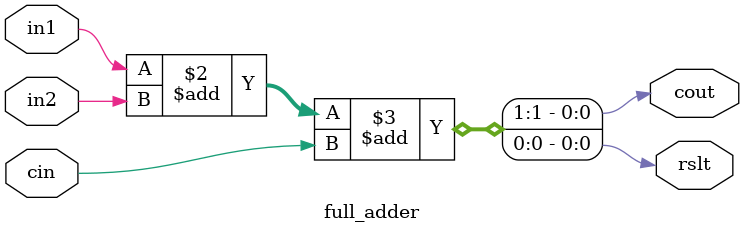
<source format=v>
/* ACM Class System (I) 2018 Fall Assignment 1 
 *
 * Part I: Write an adder in Verilog
 *
 * Implement your naive adder here
 * 
 * GUIDE:
 *   1. Create a RTL project in Vivado
 *   2. Put this file into `Sources'
 *   3. Put `test_adder.v' into `Simulation Sources'
 *   4. Run Behavioral Simulation
 *   5. Make sure to run at least 100 steps during the simulation (usually 100ns)
 *   6. You can see the results in `Tcl console'
 *
 */

module adder(
	// TODO: Write the ports of this module here
	//
	// Hint: 
	//   The module needs 4 ports, 

	//     the first 2 ports are 16-bit unsigned numbers as the inputs of the adder
	//     the third port is a 16-bit unsigned number as the output
	//	   the forth port is a one bit port as the carry flag
	//
	input wire [15:0] A, B,
	output wire [15:0] rslt,
	output wire cout
);
    wire [15:0] c_rpl;
    reg cin; 
    
    assign cout = c_rpl[15]; 
    
    initial begin 
    	cin = 1'b0; 
    end 
    
    full_adder FA0(.in1(A[0]), .in2(B[0]), .cin(cin), .rslt(rslt[0]), .cout(c_rpl[0])); 
    full_adder FA1(.in1(A[1]), .in2(B[1]), .cin(c_rpl[0]), .rslt(rslt[1]), .cout(c_rpl[1]));
    full_adder FA2(.in1(A[2]), .in2(B[2]), .cin(c_rpl[1]), .rslt(rslt[2]), .cout(c_rpl[2]));
    full_adder FA3(.in1(A[3]), .in2(B[3]), .cin(c_rpl[2]), .rslt(rslt[3]), .cout(c_rpl[3]));
    full_adder FA4(.in1(A[4]), .in2(B[4]), .cin(c_rpl[3]), .rslt(rslt[4]), .cout(c_rpl[4]));
    full_adder FA5(.in1(A[5]), .in2(B[5]), .cin(c_rpl[4]), .rslt(rslt[5]), .cout(c_rpl[5]));
    full_adder FA6(.in1(A[6]), .in2(B[6]), .cin(c_rpl[5]), .rslt(rslt[6]), .cout(c_rpl[6]));
    full_adder FA7(.in1(A[7]), .in2(B[7]), .cin(c_rpl[6]), .rslt(rslt[7]), .cout(c_rpl[7]));
    full_adder FA8(.in1(A[8]), .in2(B[8]), .cin(c_rpl[7]), .rslt(rslt[8]), .cout(c_rpl[8]));
    full_adder FA9(.in1(A[9]), .in2(B[9]), .cin(c_rpl[8]), .rslt(rslt[9]), .cout(c_rpl[9]));
    full_adder FA10(.in1(A[10]), .in2(B[10]), .cin(c_rpl[9]), .rslt(rslt[10]), .cout(c_rpl[10]));
    full_adder FA11(.in1(A[11]), .in2(B[11]), .cin(c_rpl[10]), .rslt(rslt[11]), .cout(c_rpl[11]));
    full_adder FA12(.in1(A[12]), .in2(B[12]), .cin(c_rpl[11]), .rslt(rslt[12]), .cout(c_rpl[12]));
    full_adder FA13(.in1(A[13]), .in2(B[13]), .cin(c_rpl[12]), .rslt(rslt[13]), .cout(c_rpl[13]));
    full_adder FA14(.in1(A[14]), .in2(B[14]), .cin(c_rpl[13]), .rslt(rslt[14]), .cout(c_rpl[14]));
    full_adder FA15(.in1(A[15]), .in2(B[15]), .cin(c_rpl[14]), .rslt(rslt[15]), .cout(c_rpl[15])); 

endmodule

/**
sub-module used by module adder, which adds two bits and a carry together and gives 
the corresponding result and carry. 
*/
module full_adder(
    input wire in1, 
    input wire in2, 
    input wire cin,  
    output reg rslt, 
    output reg cout
);
    // This 'always' block will be synthesized to be logic gates. 
    always @ (in1, in2, cin)
    begin 
    {cout, rslt} = in1 + in2 + cin; 
    end
endmodule



</source>
